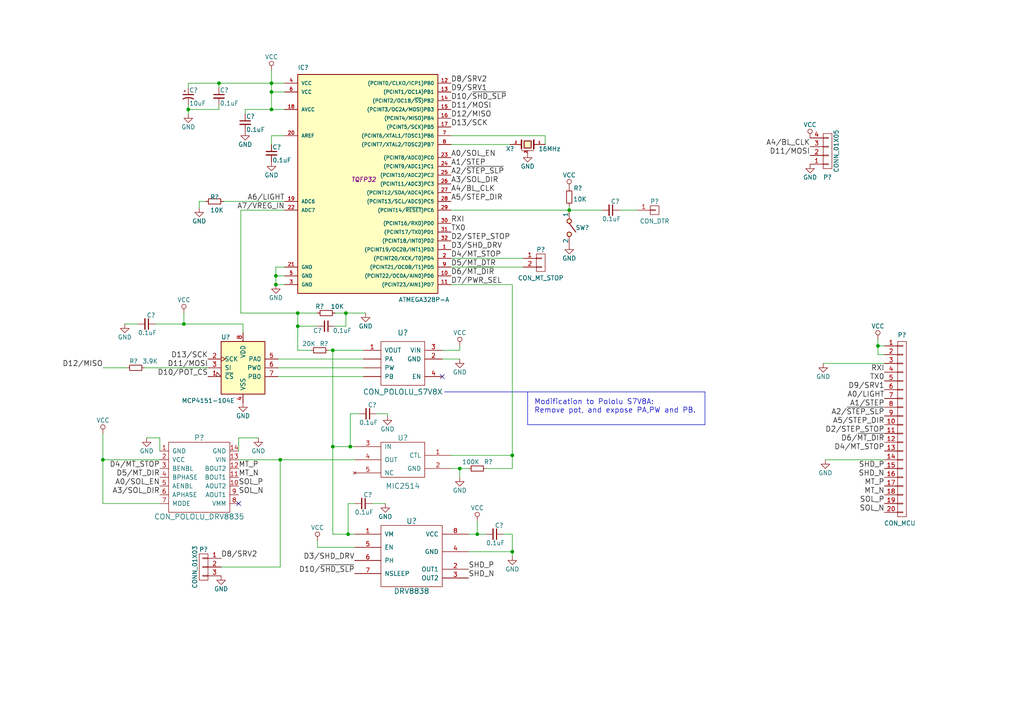
<source format=kicad_sch>
(kicad_sch (version 20230121) (generator eeschema)
  (paper "A4")
  (lib_symbols
    (symbol "mcu-rescue:ATMEGA328P-A" (pin_names (offset 1.016))
      (property "Reference" "IC" (at -19.05 31.75 0))
      (property "Value" "ATMEGA328P-A" (at 10.16 -35.56 0))
      (property "Footprint" "TQFP32" (at 0 0 0))
      (symbol "ATMEGA328P-A_0_1"
        (rectangle (start -19.05 30.48) (end 21.59 -33.02) (stroke (width 0.254)) (fill (type background)))
      )
      (symbol "ATMEGA328P-A_1_1"
        (pin bidirectional line (at 25.4 -20.32 180) (length 3.81) (name "(PCINT19/OC2B/INT1)PD3") (number "1"))
        (pin bidirectional line (at 25.4 -27.94 180) (length 3.81) (name "(PCINT22/OC0A/AIN0)PD6") (number "10"))
        (pin bidirectional line (at 25.4 -30.48 180) (length 3.81) (name "(PCINT23/AIN1)PD7") (number "11"))
        (pin bidirectional line (at 25.4 27.94 180) (length 3.81) (name "(PCINT0/CLKO/ICP1)PB0") (number "12"))
        (pin bidirectional line (at 25.4 25.4 180) (length 3.81) (name "(PCINT1/OC1A)PB1") (number "13"))
        (pin bidirectional line (at 25.4 22.86 180) (length 3.81) (name "(PCINT2/OC1B/~{SS})PB2") (number "14"))
        (pin bidirectional line (at 25.4 20.32 180) (length 3.81) (name "(PCINT3/OC2A/MOSI)PB3") (number "15"))
        (pin bidirectional line (at 25.4 17.78 180) (length 3.81) (name "(PCINT4/MISO)PB4") (number "16"))
        (pin bidirectional line (at 25.4 15.24 180) (length 3.81) (name "(PCINT5/SCK)PB5") (number "17"))
        (pin power_in line (at -22.86 20.32 0) (length 3.81) (name "AVCC") (number "18"))
        (pin input line (at -22.86 -6.35 0) (length 3.81) (name "ADC6") (number "19"))
        (pin bidirectional line (at 25.4 -22.86 180) (length 3.81) (name "(PCINT20/XCK/T0)PD4") (number "2"))
        (pin bidirectional line (at -22.86 12.7 0) (length 3.81) (name "AREF") (number "20"))
        (pin power_in line (at -22.86 -25.4 0) (length 3.81) (name "GND") (number "21"))
        (pin input line (at -22.86 -8.89 0) (length 3.81) (name "ADC7") (number "22"))
        (pin bidirectional line (at 25.4 6.35 180) (length 3.81) (name "(PCINT8/ADC0)PC0") (number "23"))
        (pin bidirectional line (at 25.4 3.81 180) (length 3.81) (name "(PCINT9/ADC1)PC1") (number "24"))
        (pin bidirectional line (at 25.4 1.27 180) (length 3.81) (name "(PCINT10/ADC2)PC2") (number "25"))
        (pin bidirectional line (at 25.4 -1.27 180) (length 3.81) (name "(PCINT11/ADC3)PC3") (number "26"))
        (pin bidirectional line (at 25.4 -3.81 180) (length 3.81) (name "(PCINT12/SDA/ADC4)PC4") (number "27"))
        (pin bidirectional line (at 25.4 -6.35 180) (length 3.81) (name "(PCINT13/SCL/ADC5)PC5") (number "28"))
        (pin bidirectional line (at 25.4 -8.89 180) (length 3.81) (name "(PCINT14/~{RESET})PC6") (number "29"))
        (pin power_in line (at -22.86 -30.48 0) (length 3.81) (name "GND") (number "3"))
        (pin bidirectional line (at 25.4 -12.7 180) (length 3.81) (name "(PCINT16/RXD)PD0") (number "30"))
        (pin bidirectional line (at 25.4 -15.24 180) (length 3.81) (name "(PCINT17/TXD)PD1") (number "31"))
        (pin bidirectional line (at 25.4 -17.78 180) (length 3.81) (name "(PCINT18/INT0)PD2") (number "32"))
        (pin power_in line (at -22.86 27.94 0) (length 3.81) (name "VCC") (number "4"))
        (pin power_in line (at -22.86 -27.94 0) (length 3.81) (name "GND") (number "5"))
        (pin power_in line (at -22.86 25.4 0) (length 3.81) (name "VCC") (number "6"))
        (pin bidirectional line (at 25.4 12.7 180) (length 3.81) (name "(PCINT6/XTAL1/TOSC1)PB6") (number "7"))
        (pin bidirectional line (at 25.4 10.16 180) (length 3.81) (name "(PCINT7/XTAL2/TOSC2)PB7") (number "8"))
        (pin bidirectional line (at 25.4 -25.4 180) (length 3.81) (name "(PCINT21/OC0B/T1)PD5") (number "9"))
      )
    )
    (symbol "mcu-rescue:CONN_01X01" (pin_names (offset 1.016) hide)
      (property "Reference" "P" (at 0 2.54 0))
      (property "Value" "CONN_01X01" (at 2.54 0 90))
      (symbol "CONN_01X01_0_1"
        (rectangle (start -1.27 0.127) (end 0.254 -0.127))
        (rectangle (start -1.27 1.27) (end 1.27 -1.27))
      )
      (symbol "CONN_01X01_1_1"
        (pin passive line (at -5.08 0 0) (length 3.81) (name "P1") (number "1"))
      )
    )
    (symbol "mcu-rescue:CONN_01X02" (pin_names (offset 1.016) hide)
      (property "Reference" "P" (at 0 3.81 0))
      (property "Value" "CONN_01X02" (at 2.54 0 90))
      (symbol "CONN_01X02_0_1"
        (rectangle (start -1.27 -1.143) (end 0.254 -1.397))
        (rectangle (start -1.27 1.397) (end 0.254 1.143))
        (rectangle (start -1.27 2.54) (end 1.27 -2.54))
      )
      (symbol "CONN_01X02_1_1"
        (pin passive line (at -5.08 1.27 0) (length 3.81) (name "P1") (number "1"))
        (pin passive line (at -5.08 -1.27 0) (length 3.81) (name "P2") (number "2"))
      )
    )
    (symbol "mcu-rescue:CONN_01X03" (pin_names (offset 1.016) hide)
      (property "Reference" "P" (at 0 5.08 0))
      (property "Value" "CONN_01X03" (at 2.54 0 90))
      (symbol "CONN_01X03_0_1"
        (rectangle (start -1.27 -2.413) (end 0.254 -2.667))
        (rectangle (start -1.27 0.127) (end 0.254 -0.127))
        (rectangle (start -1.27 2.667) (end 0.254 2.413))
        (rectangle (start -1.27 3.81) (end 1.27 -3.81))
      )
      (symbol "CONN_01X03_1_1"
        (pin passive line (at -5.08 2.54 0) (length 3.81) (name "P1") (number "1"))
        (pin passive line (at -5.08 0 0) (length 3.81) (name "P2") (number "2"))
        (pin passive line (at -5.08 -2.54 0) (length 3.81) (name "P3") (number "3"))
      )
    )
    (symbol "mcu-rescue:CONN_01X04" (pin_names (offset 1.016) hide)
      (property "Reference" "P" (at 0 6.35 0))
      (property "Value" "CONN_01X04" (at 2.54 0 90))
      (symbol "CONN_01X04_0_1"
        (rectangle (start -1.27 -3.683) (end 0.254 -3.937))
        (rectangle (start -1.27 -1.143) (end 0.254 -1.397))
        (rectangle (start -1.27 1.397) (end 0.254 1.143))
        (rectangle (start -1.27 3.937) (end 0.254 3.683))
        (rectangle (start -1.27 5.08) (end 1.27 -5.08))
      )
      (symbol "CONN_01X04_1_1"
        (pin passive line (at -5.08 3.81 0) (length 3.81) (name "P1") (number "1"))
        (pin passive line (at -5.08 1.27 0) (length 3.81) (name "P2") (number "2"))
        (pin passive line (at -5.08 -1.27 0) (length 3.81) (name "P3") (number "3"))
        (pin passive line (at -5.08 -3.81 0) (length 3.81) (name "P4") (number "4"))
      )
    )
    (symbol "mcu-rescue:CONN_01X20" (pin_names (offset 1.016) hide)
      (property "Reference" "P" (at 0 26.67 0))
      (property "Value" "CONN_01X20" (at 2.54 0 90))
      (symbol "CONN_01X20_0_1"
        (rectangle (start -1.27 -25.4) (end 1.27 25.4))
        (rectangle (start -1.27 -24.003) (end 0.254 -24.257))
        (rectangle (start -1.27 -21.463) (end 0.254 -21.717))
        (rectangle (start -1.27 -18.923) (end 0.254 -19.177))
        (rectangle (start -1.27 -16.383) (end 0.254 -16.637))
        (rectangle (start -1.27 -13.843) (end 0.254 -14.097))
        (rectangle (start -1.27 -11.303) (end 0.254 -11.557))
        (rectangle (start -1.27 -8.763) (end 0.254 -9.017))
        (rectangle (start -1.27 -6.223) (end 0.254 -6.477))
        (rectangle (start -1.27 -3.683) (end 0.254 -3.937))
        (rectangle (start -1.27 -1.143) (end 0.254 -1.397))
        (rectangle (start -1.27 1.397) (end 0.254 1.143))
        (rectangle (start -1.27 3.937) (end 0.254 3.683))
        (rectangle (start -1.27 6.477) (end 0.254 6.223))
        (rectangle (start -1.27 9.017) (end 0.254 8.763))
        (rectangle (start -1.27 11.557) (end 0.254 11.303))
        (rectangle (start -1.27 14.097) (end 0.254 13.843))
        (rectangle (start -1.27 16.637) (end 0.254 16.383))
        (rectangle (start -1.27 19.177) (end 0.254 18.923))
        (rectangle (start -1.27 21.717) (end 0.254 21.463))
        (rectangle (start -1.27 24.257) (end 0.254 24.003))
      )
      (symbol "CONN_01X20_1_1"
        (pin passive line (at -5.08 24.13 0) (length 3.81) (name "P1") (number "1"))
        (pin passive line (at -5.08 1.27 0) (length 3.81) (name "P10") (number "10"))
        (pin passive line (at -5.08 -1.27 0) (length 3.81) (name "P11") (number "11"))
        (pin passive line (at -5.08 -3.81 0) (length 3.81) (name "P12") (number "12"))
        (pin passive line (at -5.08 -6.35 0) (length 3.81) (name "P13") (number "13"))
        (pin passive line (at -5.08 -8.89 0) (length 3.81) (name "P14") (number "14"))
        (pin passive line (at -5.08 -11.43 0) (length 3.81) (name "P15") (number "15"))
        (pin passive line (at -5.08 -13.97 0) (length 3.81) (name "P16") (number "16"))
        (pin passive line (at -5.08 -16.51 0) (length 3.81) (name "P17") (number "17"))
        (pin passive line (at -5.08 -19.05 0) (length 3.81) (name "P18") (number "18"))
        (pin passive line (at -5.08 -21.59 0) (length 3.81) (name "P19") (number "19"))
        (pin passive line (at -5.08 21.59 0) (length 3.81) (name "P2") (number "2"))
        (pin passive line (at -5.08 -24.13 0) (length 3.81) (name "P20") (number "20"))
        (pin passive line (at -5.08 19.05 0) (length 3.81) (name "P3") (number "3"))
        (pin passive line (at -5.08 16.51 0) (length 3.81) (name "P4") (number "4"))
        (pin passive line (at -5.08 13.97 0) (length 3.81) (name "P5") (number "5"))
        (pin passive line (at -5.08 11.43 0) (length 3.81) (name "P6") (number "6"))
        (pin passive line (at -5.08 8.89 0) (length 3.81) (name "P7") (number "7"))
        (pin passive line (at -5.08 6.35 0) (length 3.81) (name "P8") (number "8"))
        (pin passive line (at -5.08 3.81 0) (length 3.81) (name "P9") (number "9"))
      )
    )
    (symbol "mcu-rescue:CON_POLOLU_DRV8835" (pin_names (offset 1.016))
      (property "Reference" "P" (at 0 11.43 0))
      (property "Value" "CON_POLOLU_DRV8835" (at 0 -11.43 0))
      (symbol "CON_POLOLU_DRV8835_0_1"
        (rectangle (start -8.89 10.16) (end 8.89 -10.16))
      )
      (symbol "CON_POLOLU_DRV8835_1_1"
        (pin power_in line (at -11.43 7.62 0) (length 2.54) (name "GND") (number "1"))
        (pin power_out line (at 11.43 -2.54 180) (length 2.54) (name "AOUT2") (number "10"))
        (pin power_out line (at 11.43 0 180) (length 2.54) (name "BOUT1") (number "11"))
        (pin power_out line (at 11.43 2.54 180) (length 2.54) (name "BOUT2") (number "12"))
        (pin power_in line (at 11.43 5.08 180) (length 2.54) (name "VIN") (number "13"))
        (pin power_in line (at 11.43 7.62 180) (length 2.54) (name "GND") (number "14"))
        (pin power_in line (at -11.43 5.08 0) (length 2.54) (name "VCC") (number "2"))
        (pin input line (at -11.43 2.54 0) (length 2.54) (name "BENBL") (number "3"))
        (pin input line (at -11.43 0 0) (length 2.54) (name "BPHASE") (number "4"))
        (pin input line (at -11.43 -2.54 0) (length 2.54) (name "AENBL") (number "5"))
        (pin input line (at -11.43 -5.08 0) (length 2.54) (name "APHASE") (number "6"))
        (pin power_in line (at -11.43 -7.62 0) (length 2.54) (name "MODE") (number "7"))
        (pin power_in line (at 11.43 -7.62 180) (length 2.54) (name "VMM") (number "8"))
        (pin power_out line (at 11.43 -5.08 180) (length 2.54) (name "AOUT1") (number "9"))
      )
    )
    (symbol "mcu-rescue:CON_POLOLU_S7V8X" (pin_names (offset 1.016))
      (property "Reference" "U" (at 0 8.89 0))
      (property "Value" "CON_POLOLU_S7V8X" (at 0 -8.89 0))
      (symbol "CON_POLOLU_S7V8X_0_1"
        (rectangle (start -6.35 6.35) (end 6.35 -6.35))
      )
      (symbol "CON_POLOLU_S7V8X_1_1"
        (pin power_out line (at 11.43 3.81 180) (length 5.08) (name "VOUT") (number "1"))
        (pin power_in line (at -11.43 1.27 0) (length 5.08) (name "GND") (number "2"))
        (pin power_in line (at -11.43 3.81 0) (length 5.08) (name "VIN") (number "3"))
        (pin input line (at -11.43 -3.81 0) (length 5.08) (name "EN") (number "4"))
        (pin input line (at 11.43 1.27 180) (length 5.08) (name "PA") (number "~"))
        (pin input line (at 11.43 -3.81 180) (length 5.08) (name "PB") (number "~"))
        (pin input line (at 11.43 -1.27 180) (length 5.08) (name "PW") (number "~"))
      )
    )
    (symbol "mcu-rescue:CP1_Small" (pin_numbers hide) (pin_names (offset 0.254) hide)
      (property "Reference" "C" (at 0.254 1.778 0))
      (property "Value" "CP1_Small" (at 0.254 -2.032 0))
      (symbol "CP1_Small_0_1"
        (polyline (pts (xy -1.524 0.508) (xy 1.524 0.508)) (stroke (width 0.3048)))
        (polyline (pts (xy -1.27 1.524) (xy -0.762 1.524)))
        (polyline (pts (xy -1.016 1.27) (xy -1.016 1.778)))
        (arc (start 1.524 -0.762) (mid 0 -0.3734) (end -1.524 -0.762) (stroke (width 0.3048)))
      )
      (symbol "CP1_Small_1_1"
        (pin passive line (at 0 2.54 270) (length 2.032) (name "~") (number "1"))
        (pin passive line (at 0 -2.54 90) (length 2.032) (name "~") (number "2"))
      )
    )
    (symbol "mcu-rescue:CRYSTAL_SMD" (pin_names (offset 1.016) hide)
      (property "Reference" "X" (at 0 2.286 0))
      (property "Value" "CRYSTAL_SMD" (at 0 5.08 0))
      (symbol "CRYSTAL_SMD_0_1"
        (polyline (pts (xy -1.778 -1.778) (xy 1.778 -1.778)))
        (polyline (pts (xy -1.778 1.27) (xy -1.778 -1.27)) (stroke (width 0.4064)))
        (polyline (pts (xy 1.778 1.27) (xy 1.778 -1.27)) (stroke (width 0.4064)))
        (polyline (pts (xy -1.016 1.016) (xy 1.016 1.016) (xy 1.016 -1.016) (xy -1.016 -1.016) (xy -1.016 1.016)) (stroke (width 0.3048)) (fill (type background)))
      )
      (symbol "CRYSTAL_SMD_1_1"
        (pin passive line (at -5.08 0 0) (length 3.302) (name "1") (number "1"))
        (pin passive line (at 5.08 0 180) (length 3.302) (name "2") (number "2"))
        (pin passive line (at 0 -2.54 90) (length 0.762) (name "case") (number "3"))
      )
    )
    (symbol "mcu-rescue:C_Small" (pin_numbers hide) (pin_names (offset 0.254) hide)
      (property "Reference" "C" (at 0.254 1.778 0))
      (property "Value" "C_Small" (at 0.254 -2.032 0))
      (symbol "C_Small_0_1"
        (polyline (pts (xy -1.524 -0.508) (xy 1.524 -0.508)) (stroke (width 0.3302)))
        (polyline (pts (xy -1.524 0.508) (xy 1.524 0.508)) (stroke (width 0.3048)))
      )
      (symbol "C_Small_1_1"
        (pin passive line (at 0 2.54 270) (length 2.032) (name "~") (number "1"))
        (pin passive line (at 0 -2.54 90) (length 2.032) (name "~") (number "2"))
      )
    )
    (symbol "mcu-rescue:DRV8838" (pin_names (offset 1.016))
      (property "Reference" "U" (at 0 10.16 0))
      (property "Value" "DRV8838" (at 0 -10.16 0))
      (symbol "DRV8838_0_1"
        (rectangle (start -8.89 8.89) (end 8.89 -8.89))
      )
      (symbol "DRV8838_1_1"
        (pin power_in line (at -16.51 6.35 0) (length 7.62) (name "VM") (number "1"))
        (pin power_out line (at 16.51 -3.81 180) (length 7.62) (name "OUT1") (number "2"))
        (pin power_out line (at 16.51 -6.35 180) (length 7.62) (name "OUT2") (number "3"))
        (pin power_in line (at 16.51 1.27 180) (length 7.62) (name "GND") (number "4"))
        (pin input line (at -16.51 2.54 0) (length 7.62) (name "EN") (number "5"))
        (pin input line (at -16.51 -1.27 0) (length 7.62) (name "PH") (number "6"))
        (pin input line (at -16.51 -5.08 0) (length 7.62) (name "NSLEEP") (number "7"))
        (pin power_in line (at 16.51 6.35 180) (length 7.62) (name "VCC") (number "8"))
      )
    )
    (symbol "mcu-rescue:GND" (power) (pin_names (offset 0))
      (property "Value" "GND" (at 0 -3.81 0))
      (symbol "GND_0_1"
        (polyline (pts (xy 0 0) (xy 0 -1.27) (xy 1.27 -1.27) (xy 0 -2.54) (xy -1.27 -1.27) (xy 0 -1.27)))
      )
      (symbol "GND_1_1"
        (pin power_in line (at 0 0 270) (length 0) hide (name "GND") (number "1"))
      )
    )
    (symbol "mcu-rescue:MCP41100" (pin_names (offset 1.016))
      (property "Reference" "U" (at -6.35 8.89 0))
      (property "Value" "MCP41100" (at 1.27 8.89 0))
      (symbol "MCP41100_0_1"
        (rectangle (start -6.35 7.62) (end 6.35 -7.62) (stroke (width 0.254)) (fill (type background)))
      )
      (symbol "MCP41100_1_1"
        (pin input input_low (at -10.16 -2.54 0) (length 3.81) (name "~{CS}") (number "1"))
        (pin passive clock (at -10.16 2.54 0) (length 3.81) (name "SCK") (number "2"))
        (pin input line (at -10.16 0 0) (length 3.81) (name "SI") (number "3"))
        (pin power_in line (at 0 -10.16 90) (length 2.54) (name "VSS") (number "4"))
        (pin passive line (at 10.16 2.54 180) (length 3.81) (name "PA0") (number "5"))
        (pin passive line (at 10.16 0 180) (length 3.81) (name "PW0") (number "6"))
        (pin passive line (at 10.16 -2.54 180) (length 3.81) (name "PB0") (number "7"))
        (pin power_in line (at 0 10.16 270) (length 2.54) (name "VDD") (number "8"))
      )
    )
    (symbol "mcu-rescue:MIC2514" (pin_names (offset 1.016))
      (property "Reference" "U" (at 0 6.35 0))
      (property "Value" "MIC2514" (at 0 -7.62 0))
      (symbol "MIC2514_0_1"
        (rectangle (start -6.35 5.08) (end 6.35 -5.08))
      )
      (symbol "MIC2514_1_1"
        (pin input line (at -13.97 1.27 0) (length 7.62) (name "CTL") (number "1"))
        (pin power_in line (at -13.97 -2.54 0) (length 7.62) (name "GND") (number "2"))
        (pin power_in line (at 13.97 3.81 180) (length 7.62) (name "IN") (number "3"))
        (pin power_out line (at 13.97 0 180) (length 7.62) (name "OUT") (number "4"))
        (pin no_connect line (at 13.97 -3.81 180) (length 7.62) (name "NC") (number "5"))
      )
    )
    (symbol "mcu-rescue:R_Small" (pin_numbers hide) (pin_names (offset 0.254) hide)
      (property "Reference" "R" (at 0.762 0.508 0))
      (property "Value" "R_Small" (at 0.762 -1.016 0))
      (symbol "R_Small_0_1"
        (rectangle (start -0.762 1.778) (end 0.762 -1.778) (stroke (width 0.2032)))
      )
      (symbol "R_Small_1_1"
        (pin passive line (at 0 2.54 270) (length 0.762) (name "~") (number "1"))
        (pin passive line (at 0 -2.54 90) (length 0.762) (name "~") (number "2"))
      )
    )
    (symbol "mcu-rescue:SPST_Small" (pin_numbers hide) (pin_names (offset 0))
      (property "Reference" "SW" (at 0 3.81 0))
      (property "Value" "SPST_Small" (at 0 -2.54 0))
      (symbol "SPST_Small_0_0"
        (circle (center -1.905 0) (radius 0.635) (stroke (width 0.254)) (fill (type background)))
        (polyline (pts (xy -1.27 0) (xy 1.27 1.905)) (stroke (width 0.254)))
        (circle (center 1.905 0) (radius 0.635) (stroke (width 0.254)) (fill (type background)))
      )
      (symbol "SPST_Small_1_1"
        (pin input line (at -5.08 0 0) (length 2.54) (name "1") (number "1"))
        (pin input line (at 5.08 0 180) (length 2.54) (name "2") (number "2"))
      )
    )
    (symbol "mcu-rescue:VCC" (power) (pin_names (offset 0))
      (property "Value" "VCC" (at 0 3.81 0))
      (symbol "VCC_0_1"
        (polyline (pts (xy 0 0) (xy 0 1.27)))
        (circle (center 0 1.905) (radius 0.635))
      )
      (symbol "VCC_1_1"
        (pin power_in line (at 0 0 90) (length 0) hide (name "VCC") (number "1"))
      )
    )
  )
  (junction (at 148.59 132.08))
  (junction (at 100.33 90.805))
  (junction (at 29.845 133.35))
  (junction (at 86.36 90.805))
  (junction (at 54.61 31.75))
  (junction (at 86.36 94.615))
  (junction (at 63.5 24.13))
  (junction (at 96.52 129.54))
  (junction (at 138.43 154.94))
  (junction (at 100.965 154.94))
  (junction (at 148.59 160.02))
  (junction (at 53.34 93.98))
  (junction (at 96.52 101.6))
  (junction (at 80.01 80.01))
  (junction (at 101.6 129.54))
  (junction (at 165.1 60.96))
  (junction (at 133.35 135.89))
  (junction (at 80.01 82.55))
  (junction (at 78.74 24.13))
  (junction (at 78.74 26.67))
  (junction (at 78.74 31.75))
  (junction (at 81.28 133.35))
  (junction (at 254.635 100.33))
  (no_connect (at 69.215 146.05))
  (no_connect (at 128.27 109.22))
  (wire (pts (xy 112.395 120.015) (xy 112.395 120.65)))
  (wire (pts (xy 128.27 104.14) (xy 133.35 104.14)))
  (wire (pts (xy 102.87 146.05) (xy 100.965 146.05)))
  (wire (pts (xy 80.645 109.22) (xy 105.41 109.22)))
  (wire (pts (xy 97.155 90.805) (xy 100.33 90.805)))
  (wire (pts (xy 54.61 30.48) (xy 54.61 31.75)))
  (wire (pts (xy 96.52 129.54) (xy 101.6 129.54)))
  (wire (pts (xy 148.59 154.94) (xy 148.59 160.02)))
  (wire (pts (xy 53.34 93.98) (xy 70.485 93.98)))
  (wire (pts (xy 70.485 93.98) (xy 70.485 96.52)))
  (wire (pts (xy 97.155 94.615) (xy 100.33 94.615)))
  (wire (pts (xy 69.215 127) (xy 69.215 130.81)))
  (wire (pts (xy 78.74 24.13) (xy 82.55 24.13)))
  (wire (pts (xy 45.085 93.98) (xy 53.34 93.98)))
  (wire (pts (xy 74.93 127) (xy 69.215 127)))
  (wire (pts (xy 109.22 120.015) (xy 112.395 120.015)))
  (wire (pts (xy 53.34 90.805) (xy 53.34 93.98)))
  (wire (pts (xy 69.85 60.96) (xy 69.85 90.805)))
  (wire (pts (xy 54.61 24.13) (xy 63.5 24.13)))
  (wire (pts (xy 92.075 158.75) (xy 102.87 158.75)))
  (wire (pts (xy 92.075 94.615) (xy 86.36 94.615)))
  (wire (pts (xy 80.01 77.47) (xy 82.55 77.47)))
  (wire (pts (xy 63.5 25.4) (xy 63.5 24.13)))
  (polyline (pts (xy 153.035 123.19) (xy 153.035 113.665)))
  (wire (pts (xy 54.61 31.75) (xy 63.5 31.75)))
  (wire (pts (xy 78.74 31.75) (xy 82.55 31.75)))
  (wire (pts (xy 29.845 146.05) (xy 46.355 146.05)))
  (wire (pts (xy 133.35 135.89) (xy 135.89 135.89)))
  (wire (pts (xy 81.28 133.35) (xy 102.87 133.35)))
  (wire (pts (xy 40.005 93.98) (xy 36.195 93.98)))
  (wire (pts (xy 104.14 120.015) (xy 101.6 120.015)))
  (wire (pts (xy 254.635 98.425) (xy 254.635 100.33)))
  (wire (pts (xy 133.35 100.33) (xy 133.35 101.6)))
  (wire (pts (xy 107.95 146.05) (xy 111.76 146.05)))
  (wire (pts (xy 86.36 94.615) (xy 86.36 101.6)))
  (wire (pts (xy 100.33 94.615) (xy 100.33 90.805)))
  (wire (pts (xy 165.1 59.69) (xy 165.1 60.96)))
  (wire (pts (xy 133.35 135.89) (xy 133.35 138.43)))
  (wire (pts (xy 82.55 58.42) (xy 64.77 58.42)))
  (wire (pts (xy 81.28 133.35) (xy 81.28 164.465)))
  (wire (pts (xy 151.765 77.47) (xy 130.81 77.47)))
  (wire (pts (xy 86.36 101.6) (xy 90.17 101.6)))
  (wire (pts (xy 101.6 129.54) (xy 102.87 129.54)))
  (wire (pts (xy 69.215 133.35) (xy 81.28 133.35)))
  (wire (pts (xy 96.52 101.6) (xy 96.52 129.54)))
  (wire (pts (xy 130.81 60.96) (xy 165.1 60.96)))
  (wire (pts (xy 96.52 154.94) (xy 100.965 154.94)))
  (polyline (pts (xy 128.905 113.665) (xy 204.47 113.665)))
  (wire (pts (xy 130.81 135.89) (xy 133.35 135.89)))
  (wire (pts (xy 146.05 154.94) (xy 148.59 154.94)))
  (wire (pts (xy 138.43 151.13) (xy 138.43 154.94)))
  (wire (pts (xy 54.61 25.4) (xy 54.61 24.13)))
  (wire (pts (xy 46.355 127) (xy 46.355 130.81)))
  (wire (pts (xy 71.12 31.75) (xy 78.74 31.75)))
  (wire (pts (xy 80.645 104.14) (xy 105.41 104.14)))
  (wire (pts (xy 69.85 90.805) (xy 86.36 90.805)))
  (wire (pts (xy 148.59 82.55) (xy 148.59 132.08)))
  (wire (pts (xy 86.36 90.805) (xy 86.36 94.615)))
  (wire (pts (xy 100.33 90.805) (xy 106.045 90.805)))
  (wire (pts (xy 78.74 26.67) (xy 82.55 26.67)))
  (wire (pts (xy 254.635 102.87) (xy 256.54 102.87)))
  (wire (pts (xy 78.74 39.37) (xy 82.55 39.37)))
  (wire (pts (xy 135.89 154.94) (xy 138.43 154.94)))
  (wire (pts (xy 165.1 60.96) (xy 174.625 60.96)))
  (wire (pts (xy 92.075 156.845) (xy 92.075 158.75)))
  (wire (pts (xy 41.91 106.68) (xy 60.325 106.68)))
  (wire (pts (xy 148.59 132.08) (xy 148.59 135.89)))
  (polyline (pts (xy 204.47 123.19) (xy 153.035 123.19)))
  (wire (pts (xy 80.01 80.01) (xy 80.01 82.55)))
  (wire (pts (xy 80.645 106.68) (xy 105.41 106.68)))
  (wire (pts (xy 151.765 74.93) (xy 130.81 74.93)))
  (wire (pts (xy 238.76 105.41) (xy 256.54 105.41)))
  (wire (pts (xy 239.395 133.35) (xy 256.54 133.35)))
  (wire (pts (xy 63.5 31.75) (xy 63.5 30.48)))
  (wire (pts (xy 130.81 39.37) (xy 158.115 39.37)))
  (wire (pts (xy 133.35 101.6) (xy 128.27 101.6)))
  (polyline (pts (xy 204.47 113.665) (xy 204.47 123.19)))
  (wire (pts (xy 158.115 39.37) (xy 158.115 41.91)))
  (wire (pts (xy 147.955 41.91) (xy 130.81 41.91)))
  (wire (pts (xy 57.785 58.42) (xy 57.785 60.325)))
  (wire (pts (xy 80.01 77.47) (xy 80.01 80.01)))
  (wire (pts (xy 254.635 100.33) (xy 256.54 100.33)))
  (wire (pts (xy 148.59 135.89) (xy 140.97 135.89)))
  (wire (pts (xy 96.52 101.6) (xy 105.41 101.6)))
  (wire (pts (xy 130.81 82.55) (xy 148.59 82.55)))
  (wire (pts (xy 29.845 133.35) (xy 46.355 133.35)))
  (wire (pts (xy 148.59 160.02) (xy 148.59 161.29)))
  (wire (pts (xy 135.89 160.02) (xy 148.59 160.02)))
  (wire (pts (xy 78.74 41.91) (xy 78.74 39.37)))
  (wire (pts (xy 29.845 133.35) (xy 29.845 146.05)))
  (wire (pts (xy 78.74 26.67) (xy 78.74 31.75)))
  (wire (pts (xy 54.61 31.75) (xy 54.61 33.02)))
  (wire (pts (xy 100.965 154.94) (xy 102.87 154.94)))
  (wire (pts (xy 96.52 129.54) (xy 96.52 154.94)))
  (wire (pts (xy 138.43 154.94) (xy 140.97 154.94)))
  (wire (pts (xy 78.74 20.32) (xy 78.74 24.13)))
  (wire (pts (xy 95.25 101.6) (xy 96.52 101.6)))
  (wire (pts (xy 81.28 164.465) (xy 64.135 164.465)))
  (wire (pts (xy 36.83 106.68) (xy 29.845 106.68)))
  (wire (pts (xy 101.6 120.015) (xy 101.6 129.54)))
  (wire (pts (xy 80.01 80.01) (xy 82.55 80.01)))
  (wire (pts (xy 78.74 24.13) (xy 78.74 26.67)))
  (wire (pts (xy 86.36 90.805) (xy 92.075 90.805)))
  (wire (pts (xy 148.59 132.08) (xy 130.81 132.08)))
  (wire (pts (xy 69.85 60.96) (xy 82.55 60.96)))
  (wire (pts (xy 254.635 100.33) (xy 254.635 102.87)))
  (wire (pts (xy 29.845 125.73) (xy 29.845 133.35)))
  (wire (pts (xy 80.01 82.55) (xy 82.55 82.55)))
  (wire (pts (xy 71.12 33.02) (xy 71.12 31.75)))
  (wire (pts (xy 100.965 146.05) (xy 100.965 154.94)))
  (wire (pts (xy 42.545 127) (xy 46.355 127)))
  (wire (pts (xy 63.5 24.13) (xy 78.74 24.13)))
  (wire (pts (xy 59.69 58.42) (xy 57.785 58.42)))
  (wire (pts (xy 179.705 60.96) (xy 184.785 60.96)))
  (text "Modification to Pololu S7V8A: \nRemove pot, and expose PA,PW and PB." (at 154.94 120.015 0) (effects (font (size 1.524 1.524)) (justify left bottom)))
  (label "D5/MT_DIR" (at 46.355 138.43 180) (effects (font (size 1.524 1.524))))
  (label "D10/~{SHD_SLP}" (at 130.81 29.21 0) (effects (font (size 1.524 1.524))))
  (label "D9/SRV1" (at 130.81 26.67 0) (effects (font (size 1.524 1.524))))
  (label "RXI" (at 130.81 64.77 0) (effects (font (size 1.524 1.524))))
  (label "A6/LIGHT" (at 82.55 58.42 180) (effects (font (size 1.524 1.524))))
  (label "D4/MT_STOP" (at 46.355 135.89 180) (effects (font (size 1.524 1.524))))
  (label "A5/STEP_DIR" (at 256.54 123.19 180) (effects (font (size 1.524 1.524))))
  (label "A0/SOL_EN" (at 46.355 140.97 180) (effects (font (size 1.524 1.524))))
  (label "A1/STEP" (at 130.81 48.26 0) (effects (font (size 1.524 1.524))))
  (label "D11/MOSI" (at 234.95 45.085 180) (effects (font (size 1.524 1.524))))
  (label "D12/MISO" (at 130.81 34.29 0) (effects (font (size 1.524 1.524))))
  (label "A3/SOL_DIR" (at 46.355 143.51 180) (effects (font (size 1.524 1.524))))
  (label "D6/~{MT_DIR}" (at 130.81 80.01 0) (effects (font (size 1.524 1.524))))
  (label "D4/MT_STOP" (at 130.81 74.93 0) (effects (font (size 1.524 1.524))))
  (label "D4/MT_STOP" (at 256.54 130.81 180) (effects (font (size 1.524 1.524))))
  (label "MT_N" (at 69.215 138.43 0) (effects (font (size 1.524 1.524))))
  (label "SHD_P" (at 256.54 135.89 180) (effects (font (size 1.524 1.524))))
  (label "D3/SHD_DRV" (at 102.87 162.56 180) (effects (font (size 1.524 1.524))))
  (label "MT_N" (at 256.54 143.51 180) (effects (font (size 1.524 1.524))))
  (label "D13/SCK" (at 60.325 104.14 180) (effects (font (size 1.524 1.524))))
  (label "D8/SRV2" (at 130.81 24.13 0) (effects (font (size 1.524 1.524))))
  (label "D7/PWR_SEL" (at 130.81 82.55 0) (effects (font (size 1.524 1.524))))
  (label "A7/VREG_IN" (at 82.55 60.96 180) (effects (font (size 1.524 1.524))))
  (label "D9/SRV1" (at 256.54 113.03 180) (effects (font (size 1.524 1.524))))
  (label "A0/LIGHT" (at 256.54 115.57 180) (effects (font (size 1.524 1.524))))
  (label "D13/SCK" (at 130.81 36.83 0) (effects (font (size 1.524 1.524))))
  (label "MT_P" (at 69.215 135.89 0) (effects (font (size 1.524 1.524))))
  (label "A2/~{STEP_SLP}" (at 130.81 50.8 0) (effects (font (size 1.524 1.524))))
  (label "D8/SRV2" (at 64.135 161.925 0) (effects (font (size 1.524 1.524))))
  (label "RXI" (at 256.54 107.95 180) (effects (font (size 1.524 1.524))))
  (label "TX0" (at 130.81 67.31 0) (effects (font (size 1.524 1.524))))
  (label "SOL_P" (at 256.54 146.05 180) (effects (font (size 1.524 1.524))))
  (label "SOL_P" (at 69.215 140.97 0) (effects (font (size 1.524 1.524))))
  (label "SHD_P" (at 135.89 165.1 0) (effects (font (size 1.524 1.524))))
  (label "TX0" (at 256.54 110.49 180) (effects (font (size 1.524 1.524))))
  (label "A3/SOL_DIR" (at 130.81 53.34 0) (effects (font (size 1.524 1.524))))
  (label "A5/STEP_DIR" (at 130.81 58.42 0) (effects (font (size 1.524 1.524))))
  (label "D5/MT_DTR" (at 130.81 77.47 0) (effects (font (size 1.524 1.524))))
  (label "SHD_N" (at 256.54 138.43 180) (effects (font (size 1.524 1.524))))
  (label "SHD_N" (at 135.89 167.64 0) (effects (font (size 1.524 1.524))))
  (label "SOL_N" (at 69.215 143.51 0) (effects (font (size 1.524 1.524))))
  (label "A4/BL_CLK" (at 130.81 55.88 0) (effects (font (size 1.524 1.524))))
  (label "D12/MISO" (at 29.845 106.68 180) (effects (font (size 1.524 1.524))))
  (label "D11/MOSI" (at 130.81 31.75 0) (effects (font (size 1.524 1.524))))
  (label "A0/SOL_EN" (at 130.81 45.72 0) (effects (font (size 1.524 1.524))))
  (label "D11/MOSI" (at 60.325 106.68 180) (effects (font (size 1.524 1.524))))
  (label "MT_P" (at 256.54 140.97 180) (effects (font (size 1.524 1.524))))
  (label "D3/SHD_DRV" (at 130.81 72.39 0) (effects (font (size 1.524 1.524))))
  (label "D2/STEP_STOP" (at 130.81 69.85 0) (effects (font (size 1.524 1.524))))
  (label "D10/~{POT_CS}" (at 60.325 109.22 180) (effects (font (size 1.524 1.524))))
  (label "D6/~{MT_DIR}" (at 256.54 128.27 180) (effects (font (size 1.524 1.524))))
  (label "A4/BL_CLK" (at 234.95 42.545 180) (effects (font (size 1.524 1.524))))
  (label "A1/STEP" (at 256.54 118.11 180) (effects (font (size 1.524 1.524))))
  (label "A2/~{STEP_SLP}" (at 256.54 120.65 180) (effects (font (size 1.524 1.524))))
  (label "D2/STEP_STOP" (at 256.54 125.73 180) (effects (font (size 1.524 1.524))))
  (label "D10/~{SHD_SLP}" (at 102.87 166.37 180) (effects (font (size 1.524 1.524))))
  (label "SOL_N" (at 256.54 148.59 180) (effects (font (size 1.524 1.524))))
  (symbol (lib_id "mcu-rescue:ATMEGA328P-A") (at 105.41 52.07 0) (unit 1)
    (property "Reference" "IC?" (at 86.36 20.32 0) (effects (justify left bottom)))
    (property "Value" "ATMEGA328P-A" (at 115.57 87.63 0) (effects (justify left bottom)))
    (property "Footprint" "TQFP32" (at 105.41 52.07 0) (effects (font italic)))
  )
  (symbol (lib_id "mcu-rescue:VCC") (at 78.74 20.32 0) (unit 1)
    (property "Reference" "#PWR?" (effects hide))
    (property "Value" "VCC" (at 78.74 16.51 0))
  )
  (symbol (lib_id "mcu-rescue:C_Small") (at 78.74 44.45 0) (unit 1)
    (property "Reference" "C?" (at 78.994 42.672 0) (effects (justify left)))
    (property "Value" "0.1uF" (at 78.994 46.482 0) (effects (justify left)))
  )
  (symbol (lib_id "mcu-rescue:GND") (at 78.74 46.99 0) (unit 1)
    (property "Reference" "#PWR?" (effects hide))
    (property "Value" "GND" (at 78.74 50.8 0))
  )
  (symbol (lib_id "mcu-rescue:CRYSTAL_SMD") (at 153.035 41.91 0) (mirror y) (unit 1)
    (property "Reference" "X?" (at 147.955 43.18 0))
    (property "Value" "16MHz" (at 159.385 43.18 0))
  )
  (symbol (lib_id "mcu-rescue:GND") (at 153.035 44.45 0) (unit 1)
    (property "Reference" "#PWR?" (effects hide))
    (property "Value" "GND" (at 153.035 48.26 0))
  )
  (symbol (lib_id "mcu-rescue:R_Small") (at 165.1 57.15 180) (unit 1)
    (property "Reference" "R?" (at 168.91 54.61 0) (effects (justify left)))
    (property "Value" "10K" (at 170.18 57.785 0) (effects (justify left)))
  )
  (symbol (lib_id "mcu-rescue:C_Small") (at 177.165 60.96 270) (unit 1)
    (property "Reference" "C?" (at 177.165 58.42 90) (effects (justify left)))
    (property "Value" "0.1uF" (at 174.625 63.5 90) (effects (justify left)))
  )
  (symbol (lib_id "mcu-rescue:VCC") (at 165.1 54.61 0) (unit 1)
    (property "Reference" "#PWR?" (effects hide))
    (property "Value" "VCC" (at 165.1 50.8 0))
  )
  (symbol (lib_id "mcu-rescue:GND") (at 80.01 82.55 0) (unit 1)
    (property "Reference" "#PWR?" (effects hide))
    (property "Value" "GND" (at 80.01 86.36 0))
  )
  (symbol (lib_id "mcu-rescue:C_Small") (at 71.12 35.56 0) (unit 1)
    (property "Reference" "C?" (at 71.374 33.782 0) (effects (justify left)))
    (property "Value" "0.1uF" (at 71.374 37.592 0) (effects (justify left)))
  )
  (symbol (lib_id "mcu-rescue:GND") (at 71.12 38.1 0) (unit 1)
    (property "Reference" "#PWR?" (effects hide))
    (property "Value" "GND" (at 71.12 41.91 0))
  )
  (symbol (lib_id "mcu-rescue:C_Small") (at 63.5 27.94 0) (unit 1)
    (property "Reference" "C?" (at 63.754 26.162 0) (effects (justify left)))
    (property "Value" "0.1uF" (at 63.754 29.972 0) (effects (justify left)))
  )
  (symbol (lib_id "mcu-rescue:CP1_Small") (at 54.61 27.94 0) (unit 1)
    (property "Reference" "C?" (at 54.864 26.162 0) (effects (justify left)))
    (property "Value" "10uF" (at 54.864 29.972 0) (effects (justify left)))
  )
  (symbol (lib_id "mcu-rescue:GND") (at 54.61 33.02 0) (unit 1)
    (property "Reference" "#PWR?" (effects hide))
    (property "Value" "GND" (at 54.61 36.83 0))
  )
  (symbol (lib_id "mcu-rescue:R_Small") (at 62.23 58.42 270) (unit 1)
    (property "Reference" "R?" (at 60.96 57.15 90) (effects (justify left)))
    (property "Value" "10K" (at 60.96 60.96 90) (effects (justify left)))
  )
  (symbol (lib_id "mcu-rescue:GND") (at 57.785 60.325 0) (unit 1)
    (property "Reference" "#PWR?" (effects hide))
    (property "Value" "GND" (at 57.785 64.135 0))
  )
  (symbol (lib_id "mcu-rescue:CON_POLOLU_DRV8835") (at 57.785 138.43 0) (unit 1)
    (property "Reference" "P?" (at 57.785 127 0) (effects (font (size 1.524 1.524))))
    (property "Value" "CON_POLOLU_DRV8835" (at 57.785 149.86 0) (effects (font (size 1.524 1.524))))
  )
  (symbol (lib_id "mcu-rescue:R_Small") (at 39.37 106.68 270) (unit 1)
    (property "Reference" "R?" (at 37.465 104.775 90) (effects (justify left)))
    (property "Value" "3.9K" (at 41.275 104.775 90) (effects (justify left)))
  )
  (symbol (lib_id "mcu-rescue:DRV8838") (at 119.38 161.29 0) (unit 1)
    (property "Reference" "U?" (at 119.38 151.13 0) (effects (font (size 1.524 1.524))))
    (property "Value" "DRV8838" (at 119.38 171.45 0) (effects (font (size 1.524 1.524))))
  )
  (symbol (lib_id "mcu-rescue:MIC2514") (at 116.84 133.35 0) (mirror y) (unit 1)
    (property "Reference" "U?" (at 116.84 127 0) (effects (font (size 1.524 1.524))))
    (property "Value" "MIC2514" (at 116.84 140.97 0) (effects (font (size 1.524 1.524))))
  )
  (symbol (lib_id "mcu-rescue:VCC") (at 29.845 125.73 0) (unit 1)
    (property "Reference" "#PWR?" (effects hide))
    (property "Value" "VCC" (at 29.845 121.92 0))
  )
  (symbol (lib_id "mcu-rescue:GND") (at 42.545 127 0) (unit 1)
    (property "Reference" "#PWR?" (effects hide))
    (property "Value" "GND" (at 42.545 130.81 0))
  )
  (symbol (lib_id "mcu-rescue:MCP41100") (at 70.485 106.68 0) (unit 1)
    (property "Reference" "U?" (at 64.135 97.79 0) (effects (justify left)))
    (property "Value" "MCP4151-104E" (at 52.705 116.205 0) (effects (justify left)))
  )
  (symbol (lib_id "mcu-rescue:CON_POLOLU_S7V8X") (at 116.84 105.41 0) (mirror y) (unit 1)
    (property "Reference" "U?" (at 116.84 96.52 0) (effects (font (size 1.524 1.524))))
    (property "Value" "CON_POLOLU_S7V8X" (at 116.84 113.665 0) (effects (font (size 1.524 1.524))))
  )
  (symbol (lib_id "mcu-rescue:VCC") (at 133.35 100.33 0) (unit 1)
    (property "Reference" "#PWR?" (effects hide))
    (property "Value" "VCC" (at 133.35 96.52 0))
  )
  (symbol (lib_id "mcu-rescue:GND") (at 133.35 104.14 0) (unit 1)
    (property "Reference" "#PWR?" (effects hide))
    (property "Value" "GND" (at 133.35 107.95 0))
  )
  (symbol (lib_id "mcu-rescue:GND") (at 133.35 138.43 0) (unit 1)
    (property "Reference" "#PWR?" (effects hide))
    (property "Value" "GND" (at 133.35 142.24 0))
  )
  (symbol (lib_id "mcu-rescue:C_Small") (at 106.68 120.015 270) (unit 1)
    (property "Reference" "C?" (at 106.68 117.475 90) (effects (justify left)))
    (property "Value" "0.1uF" (at 104.14 122.555 90) (effects (justify left)))
  )
  (symbol (lib_id "mcu-rescue:C_Small") (at 42.545 93.98 270) (unit 1)
    (property "Reference" "C?" (at 42.545 91.44 90) (effects (justify left)))
    (property "Value" "0.1uF" (at 40.005 96.52 90) (effects (justify left)))
  )
  (symbol (lib_id "mcu-rescue:VCC") (at 53.34 90.805 0) (unit 1)
    (property "Reference" "#PWR?" (effects hide))
    (property "Value" "VCC" (at 53.34 86.995 0))
  )
  (symbol (lib_id "mcu-rescue:GND") (at 36.195 93.98 0) (unit 1)
    (property "Reference" "#PWR?" (effects hide))
    (property "Value" "GND" (at 36.195 97.79 0))
  )
  (symbol (lib_id "mcu-rescue:GND") (at 70.485 116.84 0) (unit 1)
    (property "Reference" "#PWR?" (effects hide))
    (property "Value" "GND" (at 70.485 120.65 0))
  )
  (symbol (lib_id "mcu-rescue:VCC") (at 138.43 151.13 0) (unit 1)
    (property "Reference" "#PWR?" (effects hide))
    (property "Value" "VCC" (at 138.43 147.32 0))
  )
  (symbol (lib_id "mcu-rescue:C_Small") (at 143.51 154.94 270) (unit 1)
    (property "Reference" "C?" (at 143.51 152.4 90) (effects (justify left)))
    (property "Value" "0.1uF" (at 140.97 157.48 90) (effects (justify left)))
  )
  (symbol (lib_id "mcu-rescue:GND") (at 148.59 161.29 0) (unit 1)
    (property "Reference" "#PWR?" (effects hide))
    (property "Value" "GND" (at 148.59 165.1 0))
  )
  (symbol (lib_id "mcu-rescue:R_Small") (at 92.71 101.6 270) (unit 1)
    (property "Reference" "R?" (at 92.71 99.695 90) (effects (justify left)))
    (property "Value" "20K" (at 87.63 99.695 90) (effects (justify left)))
  )
  (symbol (lib_id "mcu-rescue:R_Small") (at 94.615 90.805 270) (unit 1)
    (property "Reference" "R?" (at 91.44 88.9 90) (effects (justify left)))
    (property "Value" "10K" (at 95.885 88.9 90) (effects (justify left)))
  )
  (symbol (lib_id "mcu-rescue:GND") (at 112.395 120.65 0) (unit 1)
    (property "Reference" "#PWR?" (effects hide))
    (property "Value" "GND" (at 112.395 124.46 0))
  )
  (symbol (lib_id "mcu-rescue:CONN_01X04") (at 240.03 43.815 0) (mirror x) (unit 1)
    (property "Reference" "P?" (at 240.03 51.435 0))
    (property "Value" "CONN_01X05" (at 242.57 43.815 90))
  )
  (symbol (lib_id "mcu-rescue:VCC") (at 234.95 40.005 0) (unit 1)
    (property "Reference" "#PWR?" (effects hide))
    (property "Value" "VCC" (at 234.95 36.195 0))
  )
  (symbol (lib_id "mcu-rescue:GND") (at 234.95 47.625 0) (unit 1)
    (property "Reference" "#PWR?" (effects hide))
    (property "Value" "GND" (at 234.95 51.435 0))
  )
  (symbol (lib_id "mcu-rescue:CONN_01X20") (at 261.62 124.46 0) (unit 1)
    (property "Reference" "P?" (at 261.62 97.155 0))
    (property "Value" "CON_MCU" (at 260.985 151.765 0))
  )
  (symbol (lib_id "mcu-rescue:VCC") (at 254.635 98.425 0) (unit 1)
    (property "Reference" "#PWR?" (effects hide))
    (property "Value" "VCC" (at 254.635 94.615 0))
  )
  (symbol (lib_id "mcu-rescue:GND") (at 238.76 105.41 0) (unit 1)
    (property "Reference" "#PWR?" (effects hide))
    (property "Value" "GND" (at 238.76 109.22 0))
  )
  (symbol (lib_id "mcu-rescue:CONN_01X03") (at 59.055 164.465 0) (mirror y) (unit 1)
    (property "Reference" "P?" (at 59.055 159.385 0))
    (property "Value" "CONN_01X03" (at 56.515 164.465 90))
  )
  (symbol (lib_id "mcu-rescue:CONN_01X02") (at 156.845 76.2 0) (unit 1)
    (property "Reference" "P?" (at 156.845 72.39 0))
    (property "Value" "CON_MT_STOP" (at 156.845 80.645 0))
  )
  (symbol (lib_id "mcu-rescue:GND") (at 239.395 133.35 0) (unit 1)
    (property "Reference" "#PWR?" (effects hide))
    (property "Value" "GND" (at 239.395 137.16 0))
  )
  (symbol (lib_id "mcu-rescue:GND") (at 64.135 167.005 0) (unit 1)
    (property "Reference" "#PWR?" (effects hide))
    (property "Value" "GND" (at 64.135 170.815 0))
  )
  (symbol (lib_id "mcu-rescue:VCC") (at 92.075 156.845 0) (unit 1)
    (property "Reference" "#PWR?" (effects hide))
    (property "Value" "VCC" (at 92.075 153.035 0))
  )
  (symbol (lib_id "mcu-rescue:GND") (at 106.045 90.805 0) (unit 1)
    (property "Reference" "#PWR?" (effects hide))
    (property "Value" "GND" (at 106.045 94.615 0))
  )
  (symbol (lib_id "mcu-rescue:C_Small") (at 94.615 94.615 270) (unit 1)
    (property "Reference" "C?" (at 90.805 95.885 90) (effects (justify left)))
    (property "Value" "0.1uF" (at 96.52 95.885 90) (effects (justify left)))
  )
  (symbol (lib_id "mcu-rescue:R_Small") (at 138.43 135.89 270) (unit 1)
    (property "Reference" "R?" (at 140.335 133.985 90) (effects (justify left)))
    (property "Value" "100K" (at 133.985 133.985 90) (effects (justify left)))
  )
  (symbol (lib_id "mcu-rescue:C_Small") (at 105.41 146.05 270) (unit 1)
    (property "Reference" "C?" (at 105.41 143.51 90) (effects (justify left)))
    (property "Value" "0.1uF" (at 102.87 148.59 90) (effects (justify left)))
  )
  (symbol (lib_id "mcu-rescue:GND") (at 111.76 146.05 0) (unit 1)
    (property "Reference" "#PWR?" (effects hide))
    (property "Value" "GND" (at 111.76 149.86 0))
  )
  (symbol (lib_id "mcu-rescue:CONN_01X01") (at 189.865 60.96 0) (unit 1)
    (property "Reference" "P?" (at 189.865 58.42 0))
    (property "Value" "CON_DTR" (at 189.865 64.135 0))
  )
  (symbol (lib_id "mcu-rescue:SPST_Small") (at 165.1 66.04 270) (unit 1)
    (property "Reference" "SW?" (at 168.91 66.04 90))
    (property "Value" "SPST_Small" (effects hide))
  )
  (symbol (lib_id "mcu-rescue:GND") (at 165.1 71.12 0) (unit 1)
    (property "Reference" "#PWR?" (effects hide))
    (property "Value" "GND" (at 165.1 74.93 0))
  )
  (symbol (lib_id "mcu-rescue:GND") (at 74.93 127 0) (unit 1)
    (property "Reference" "#PWR?" (effects hide))
    (property "Value" "GND" (at 74.93 130.81 0))
  )
)
</source>
